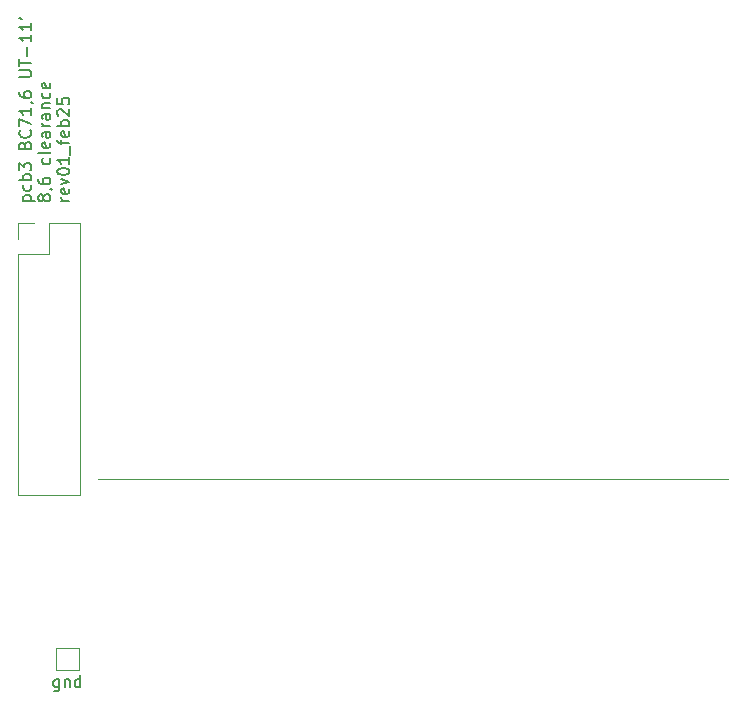
<source format=gto>
G04 #@! TF.GenerationSoftware,KiCad,Pcbnew,8.0.8*
G04 #@! TF.CreationDate,2025-02-19T14:06:16-05:00*
G04 #@! TF.ProjectId,plot_gerbers,706c6f74-5f67-4657-9262-6572732e6b69,rev?*
G04 #@! TF.SameCoordinates,Original*
G04 #@! TF.FileFunction,Legend,Top*
G04 #@! TF.FilePolarity,Positive*
%FSLAX46Y46*%
G04 Gerber Fmt 4.6, Leading zero omitted, Abs format (unit mm)*
G04 Created by KiCad (PCBNEW 8.0.8) date 2025-02-19 14:06:16*
%MOMM*%
%LPD*%
G01*
G04 APERTURE LIST*
%ADD10C,0.150000*%
%ADD11C,0.120000*%
%ADD12R,1.700000X1.700000*%
%ADD13O,1.700000X1.700000*%
%ADD14R,1.500000X1.500000*%
%ADD15C,1.700000*%
G04 APERTURE END LIST*
D10*
X115813264Y-96813220D02*
X116813264Y-96813220D01*
X115860883Y-96813220D02*
X115813264Y-96717982D01*
X115813264Y-96717982D02*
X115813264Y-96527506D01*
X115813264Y-96527506D02*
X115860883Y-96432268D01*
X115860883Y-96432268D02*
X115908502Y-96384649D01*
X115908502Y-96384649D02*
X116003740Y-96337030D01*
X116003740Y-96337030D02*
X116289454Y-96337030D01*
X116289454Y-96337030D02*
X116384692Y-96384649D01*
X116384692Y-96384649D02*
X116432312Y-96432268D01*
X116432312Y-96432268D02*
X116479931Y-96527506D01*
X116479931Y-96527506D02*
X116479931Y-96717982D01*
X116479931Y-96717982D02*
X116432312Y-96813220D01*
X116432312Y-95479887D02*
X116479931Y-95575125D01*
X116479931Y-95575125D02*
X116479931Y-95765601D01*
X116479931Y-95765601D02*
X116432312Y-95860839D01*
X116432312Y-95860839D02*
X116384692Y-95908458D01*
X116384692Y-95908458D02*
X116289454Y-95956077D01*
X116289454Y-95956077D02*
X116003740Y-95956077D01*
X116003740Y-95956077D02*
X115908502Y-95908458D01*
X115908502Y-95908458D02*
X115860883Y-95860839D01*
X115860883Y-95860839D02*
X115813264Y-95765601D01*
X115813264Y-95765601D02*
X115813264Y-95575125D01*
X115813264Y-95575125D02*
X115860883Y-95479887D01*
X116479931Y-95051315D02*
X115479931Y-95051315D01*
X115860883Y-95051315D02*
X115813264Y-94956077D01*
X115813264Y-94956077D02*
X115813264Y-94765601D01*
X115813264Y-94765601D02*
X115860883Y-94670363D01*
X115860883Y-94670363D02*
X115908502Y-94622744D01*
X115908502Y-94622744D02*
X116003740Y-94575125D01*
X116003740Y-94575125D02*
X116289454Y-94575125D01*
X116289454Y-94575125D02*
X116384692Y-94622744D01*
X116384692Y-94622744D02*
X116432312Y-94670363D01*
X116432312Y-94670363D02*
X116479931Y-94765601D01*
X116479931Y-94765601D02*
X116479931Y-94956077D01*
X116479931Y-94956077D02*
X116432312Y-95051315D01*
X115479931Y-94241791D02*
X115479931Y-93622744D01*
X115479931Y-93622744D02*
X115860883Y-93956077D01*
X115860883Y-93956077D02*
X115860883Y-93813220D01*
X115860883Y-93813220D02*
X115908502Y-93717982D01*
X115908502Y-93717982D02*
X115956121Y-93670363D01*
X115956121Y-93670363D02*
X116051359Y-93622744D01*
X116051359Y-93622744D02*
X116289454Y-93622744D01*
X116289454Y-93622744D02*
X116384692Y-93670363D01*
X116384692Y-93670363D02*
X116432312Y-93717982D01*
X116432312Y-93717982D02*
X116479931Y-93813220D01*
X116479931Y-93813220D02*
X116479931Y-94098934D01*
X116479931Y-94098934D02*
X116432312Y-94194172D01*
X116432312Y-94194172D02*
X116384692Y-94241791D01*
X115956121Y-92098934D02*
X116003740Y-91956077D01*
X116003740Y-91956077D02*
X116051359Y-91908458D01*
X116051359Y-91908458D02*
X116146597Y-91860839D01*
X116146597Y-91860839D02*
X116289454Y-91860839D01*
X116289454Y-91860839D02*
X116384692Y-91908458D01*
X116384692Y-91908458D02*
X116432312Y-91956077D01*
X116432312Y-91956077D02*
X116479931Y-92051315D01*
X116479931Y-92051315D02*
X116479931Y-92432267D01*
X116479931Y-92432267D02*
X115479931Y-92432267D01*
X115479931Y-92432267D02*
X115479931Y-92098934D01*
X115479931Y-92098934D02*
X115527550Y-92003696D01*
X115527550Y-92003696D02*
X115575169Y-91956077D01*
X115575169Y-91956077D02*
X115670407Y-91908458D01*
X115670407Y-91908458D02*
X115765645Y-91908458D01*
X115765645Y-91908458D02*
X115860883Y-91956077D01*
X115860883Y-91956077D02*
X115908502Y-92003696D01*
X115908502Y-92003696D02*
X115956121Y-92098934D01*
X115956121Y-92098934D02*
X115956121Y-92432267D01*
X116384692Y-90860839D02*
X116432312Y-90908458D01*
X116432312Y-90908458D02*
X116479931Y-91051315D01*
X116479931Y-91051315D02*
X116479931Y-91146553D01*
X116479931Y-91146553D02*
X116432312Y-91289410D01*
X116432312Y-91289410D02*
X116337073Y-91384648D01*
X116337073Y-91384648D02*
X116241835Y-91432267D01*
X116241835Y-91432267D02*
X116051359Y-91479886D01*
X116051359Y-91479886D02*
X115908502Y-91479886D01*
X115908502Y-91479886D02*
X115718026Y-91432267D01*
X115718026Y-91432267D02*
X115622788Y-91384648D01*
X115622788Y-91384648D02*
X115527550Y-91289410D01*
X115527550Y-91289410D02*
X115479931Y-91146553D01*
X115479931Y-91146553D02*
X115479931Y-91051315D01*
X115479931Y-91051315D02*
X115527550Y-90908458D01*
X115527550Y-90908458D02*
X115575169Y-90860839D01*
X115479931Y-90527505D02*
X115479931Y-89860839D01*
X115479931Y-89860839D02*
X116479931Y-90289410D01*
X116479931Y-88956077D02*
X116479931Y-89527505D01*
X116479931Y-89241791D02*
X115479931Y-89241791D01*
X115479931Y-89241791D02*
X115622788Y-89337029D01*
X115622788Y-89337029D02*
X115718026Y-89432267D01*
X115718026Y-89432267D02*
X115765645Y-89527505D01*
X116432312Y-88479886D02*
X116479931Y-88479886D01*
X116479931Y-88479886D02*
X116575169Y-88527505D01*
X116575169Y-88527505D02*
X116622788Y-88575124D01*
X115479931Y-87622744D02*
X115479931Y-87813220D01*
X115479931Y-87813220D02*
X115527550Y-87908458D01*
X115527550Y-87908458D02*
X115575169Y-87956077D01*
X115575169Y-87956077D02*
X115718026Y-88051315D01*
X115718026Y-88051315D02*
X115908502Y-88098934D01*
X115908502Y-88098934D02*
X116289454Y-88098934D01*
X116289454Y-88098934D02*
X116384692Y-88051315D01*
X116384692Y-88051315D02*
X116432312Y-88003696D01*
X116432312Y-88003696D02*
X116479931Y-87908458D01*
X116479931Y-87908458D02*
X116479931Y-87717982D01*
X116479931Y-87717982D02*
X116432312Y-87622744D01*
X116432312Y-87622744D02*
X116384692Y-87575125D01*
X116384692Y-87575125D02*
X116289454Y-87527506D01*
X116289454Y-87527506D02*
X116051359Y-87527506D01*
X116051359Y-87527506D02*
X115956121Y-87575125D01*
X115956121Y-87575125D02*
X115908502Y-87622744D01*
X115908502Y-87622744D02*
X115860883Y-87717982D01*
X115860883Y-87717982D02*
X115860883Y-87908458D01*
X115860883Y-87908458D02*
X115908502Y-88003696D01*
X115908502Y-88003696D02*
X115956121Y-88051315D01*
X115956121Y-88051315D02*
X116051359Y-88098934D01*
X115479931Y-86337029D02*
X116289454Y-86337029D01*
X116289454Y-86337029D02*
X116384692Y-86289410D01*
X116384692Y-86289410D02*
X116432312Y-86241791D01*
X116432312Y-86241791D02*
X116479931Y-86146553D01*
X116479931Y-86146553D02*
X116479931Y-85956077D01*
X116479931Y-85956077D02*
X116432312Y-85860839D01*
X116432312Y-85860839D02*
X116384692Y-85813220D01*
X116384692Y-85813220D02*
X116289454Y-85765601D01*
X116289454Y-85765601D02*
X115479931Y-85765601D01*
X115479931Y-85432267D02*
X115479931Y-84860839D01*
X116479931Y-85146553D02*
X115479931Y-85146553D01*
X116098978Y-84527505D02*
X116098978Y-83765601D01*
X116479931Y-82765601D02*
X116479931Y-83337029D01*
X116479931Y-83051315D02*
X115479931Y-83051315D01*
X115479931Y-83051315D02*
X115622788Y-83146553D01*
X115622788Y-83146553D02*
X115718026Y-83241791D01*
X115718026Y-83241791D02*
X115765645Y-83337029D01*
X116479931Y-81813220D02*
X116479931Y-82384648D01*
X116479931Y-82098934D02*
X115479931Y-82098934D01*
X115479931Y-82098934D02*
X115622788Y-82194172D01*
X115622788Y-82194172D02*
X115718026Y-82289410D01*
X115718026Y-82289410D02*
X115765645Y-82384648D01*
X115479931Y-81337029D02*
X115670407Y-81432267D01*
X117518446Y-96670363D02*
X117470827Y-96765601D01*
X117470827Y-96765601D02*
X117423208Y-96813220D01*
X117423208Y-96813220D02*
X117327970Y-96860839D01*
X117327970Y-96860839D02*
X117280351Y-96860839D01*
X117280351Y-96860839D02*
X117185113Y-96813220D01*
X117185113Y-96813220D02*
X117137494Y-96765601D01*
X117137494Y-96765601D02*
X117089875Y-96670363D01*
X117089875Y-96670363D02*
X117089875Y-96479887D01*
X117089875Y-96479887D02*
X117137494Y-96384649D01*
X117137494Y-96384649D02*
X117185113Y-96337030D01*
X117185113Y-96337030D02*
X117280351Y-96289411D01*
X117280351Y-96289411D02*
X117327970Y-96289411D01*
X117327970Y-96289411D02*
X117423208Y-96337030D01*
X117423208Y-96337030D02*
X117470827Y-96384649D01*
X117470827Y-96384649D02*
X117518446Y-96479887D01*
X117518446Y-96479887D02*
X117518446Y-96670363D01*
X117518446Y-96670363D02*
X117566065Y-96765601D01*
X117566065Y-96765601D02*
X117613684Y-96813220D01*
X117613684Y-96813220D02*
X117708922Y-96860839D01*
X117708922Y-96860839D02*
X117899398Y-96860839D01*
X117899398Y-96860839D02*
X117994636Y-96813220D01*
X117994636Y-96813220D02*
X118042256Y-96765601D01*
X118042256Y-96765601D02*
X118089875Y-96670363D01*
X118089875Y-96670363D02*
X118089875Y-96479887D01*
X118089875Y-96479887D02*
X118042256Y-96384649D01*
X118042256Y-96384649D02*
X117994636Y-96337030D01*
X117994636Y-96337030D02*
X117899398Y-96289411D01*
X117899398Y-96289411D02*
X117708922Y-96289411D01*
X117708922Y-96289411D02*
X117613684Y-96337030D01*
X117613684Y-96337030D02*
X117566065Y-96384649D01*
X117566065Y-96384649D02*
X117518446Y-96479887D01*
X118042256Y-95813220D02*
X118089875Y-95813220D01*
X118089875Y-95813220D02*
X118185113Y-95860839D01*
X118185113Y-95860839D02*
X118232732Y-95908458D01*
X117089875Y-94956078D02*
X117089875Y-95146554D01*
X117089875Y-95146554D02*
X117137494Y-95241792D01*
X117137494Y-95241792D02*
X117185113Y-95289411D01*
X117185113Y-95289411D02*
X117327970Y-95384649D01*
X117327970Y-95384649D02*
X117518446Y-95432268D01*
X117518446Y-95432268D02*
X117899398Y-95432268D01*
X117899398Y-95432268D02*
X117994636Y-95384649D01*
X117994636Y-95384649D02*
X118042256Y-95337030D01*
X118042256Y-95337030D02*
X118089875Y-95241792D01*
X118089875Y-95241792D02*
X118089875Y-95051316D01*
X118089875Y-95051316D02*
X118042256Y-94956078D01*
X118042256Y-94956078D02*
X117994636Y-94908459D01*
X117994636Y-94908459D02*
X117899398Y-94860840D01*
X117899398Y-94860840D02*
X117661303Y-94860840D01*
X117661303Y-94860840D02*
X117566065Y-94908459D01*
X117566065Y-94908459D02*
X117518446Y-94956078D01*
X117518446Y-94956078D02*
X117470827Y-95051316D01*
X117470827Y-95051316D02*
X117470827Y-95241792D01*
X117470827Y-95241792D02*
X117518446Y-95337030D01*
X117518446Y-95337030D02*
X117566065Y-95384649D01*
X117566065Y-95384649D02*
X117661303Y-95432268D01*
X118042256Y-93241792D02*
X118089875Y-93337030D01*
X118089875Y-93337030D02*
X118089875Y-93527506D01*
X118089875Y-93527506D02*
X118042256Y-93622744D01*
X118042256Y-93622744D02*
X117994636Y-93670363D01*
X117994636Y-93670363D02*
X117899398Y-93717982D01*
X117899398Y-93717982D02*
X117613684Y-93717982D01*
X117613684Y-93717982D02*
X117518446Y-93670363D01*
X117518446Y-93670363D02*
X117470827Y-93622744D01*
X117470827Y-93622744D02*
X117423208Y-93527506D01*
X117423208Y-93527506D02*
X117423208Y-93337030D01*
X117423208Y-93337030D02*
X117470827Y-93241792D01*
X118089875Y-92670363D02*
X118042256Y-92765601D01*
X118042256Y-92765601D02*
X117947017Y-92813220D01*
X117947017Y-92813220D02*
X117089875Y-92813220D01*
X118042256Y-91908458D02*
X118089875Y-92003696D01*
X118089875Y-92003696D02*
X118089875Y-92194172D01*
X118089875Y-92194172D02*
X118042256Y-92289410D01*
X118042256Y-92289410D02*
X117947017Y-92337029D01*
X117947017Y-92337029D02*
X117566065Y-92337029D01*
X117566065Y-92337029D02*
X117470827Y-92289410D01*
X117470827Y-92289410D02*
X117423208Y-92194172D01*
X117423208Y-92194172D02*
X117423208Y-92003696D01*
X117423208Y-92003696D02*
X117470827Y-91908458D01*
X117470827Y-91908458D02*
X117566065Y-91860839D01*
X117566065Y-91860839D02*
X117661303Y-91860839D01*
X117661303Y-91860839D02*
X117756541Y-92337029D01*
X118089875Y-91003696D02*
X117566065Y-91003696D01*
X117566065Y-91003696D02*
X117470827Y-91051315D01*
X117470827Y-91051315D02*
X117423208Y-91146553D01*
X117423208Y-91146553D02*
X117423208Y-91337029D01*
X117423208Y-91337029D02*
X117470827Y-91432267D01*
X118042256Y-91003696D02*
X118089875Y-91098934D01*
X118089875Y-91098934D02*
X118089875Y-91337029D01*
X118089875Y-91337029D02*
X118042256Y-91432267D01*
X118042256Y-91432267D02*
X117947017Y-91479886D01*
X117947017Y-91479886D02*
X117851779Y-91479886D01*
X117851779Y-91479886D02*
X117756541Y-91432267D01*
X117756541Y-91432267D02*
X117708922Y-91337029D01*
X117708922Y-91337029D02*
X117708922Y-91098934D01*
X117708922Y-91098934D02*
X117661303Y-91003696D01*
X118089875Y-90527505D02*
X117423208Y-90527505D01*
X117613684Y-90527505D02*
X117518446Y-90479886D01*
X117518446Y-90479886D02*
X117470827Y-90432267D01*
X117470827Y-90432267D02*
X117423208Y-90337029D01*
X117423208Y-90337029D02*
X117423208Y-90241791D01*
X118089875Y-89479886D02*
X117566065Y-89479886D01*
X117566065Y-89479886D02*
X117470827Y-89527505D01*
X117470827Y-89527505D02*
X117423208Y-89622743D01*
X117423208Y-89622743D02*
X117423208Y-89813219D01*
X117423208Y-89813219D02*
X117470827Y-89908457D01*
X118042256Y-89479886D02*
X118089875Y-89575124D01*
X118089875Y-89575124D02*
X118089875Y-89813219D01*
X118089875Y-89813219D02*
X118042256Y-89908457D01*
X118042256Y-89908457D02*
X117947017Y-89956076D01*
X117947017Y-89956076D02*
X117851779Y-89956076D01*
X117851779Y-89956076D02*
X117756541Y-89908457D01*
X117756541Y-89908457D02*
X117708922Y-89813219D01*
X117708922Y-89813219D02*
X117708922Y-89575124D01*
X117708922Y-89575124D02*
X117661303Y-89479886D01*
X117423208Y-89003695D02*
X118089875Y-89003695D01*
X117518446Y-89003695D02*
X117470827Y-88956076D01*
X117470827Y-88956076D02*
X117423208Y-88860838D01*
X117423208Y-88860838D02*
X117423208Y-88717981D01*
X117423208Y-88717981D02*
X117470827Y-88622743D01*
X117470827Y-88622743D02*
X117566065Y-88575124D01*
X117566065Y-88575124D02*
X118089875Y-88575124D01*
X118042256Y-87670362D02*
X118089875Y-87765600D01*
X118089875Y-87765600D02*
X118089875Y-87956076D01*
X118089875Y-87956076D02*
X118042256Y-88051314D01*
X118042256Y-88051314D02*
X117994636Y-88098933D01*
X117994636Y-88098933D02*
X117899398Y-88146552D01*
X117899398Y-88146552D02*
X117613684Y-88146552D01*
X117613684Y-88146552D02*
X117518446Y-88098933D01*
X117518446Y-88098933D02*
X117470827Y-88051314D01*
X117470827Y-88051314D02*
X117423208Y-87956076D01*
X117423208Y-87956076D02*
X117423208Y-87765600D01*
X117423208Y-87765600D02*
X117470827Y-87670362D01*
X118042256Y-86860838D02*
X118089875Y-86956076D01*
X118089875Y-86956076D02*
X118089875Y-87146552D01*
X118089875Y-87146552D02*
X118042256Y-87241790D01*
X118042256Y-87241790D02*
X117947017Y-87289409D01*
X117947017Y-87289409D02*
X117566065Y-87289409D01*
X117566065Y-87289409D02*
X117470827Y-87241790D01*
X117470827Y-87241790D02*
X117423208Y-87146552D01*
X117423208Y-87146552D02*
X117423208Y-86956076D01*
X117423208Y-86956076D02*
X117470827Y-86860838D01*
X117470827Y-86860838D02*
X117566065Y-86813219D01*
X117566065Y-86813219D02*
X117661303Y-86813219D01*
X117661303Y-86813219D02*
X117756541Y-87289409D01*
X119699819Y-96813220D02*
X119033152Y-96813220D01*
X119223628Y-96813220D02*
X119128390Y-96765601D01*
X119128390Y-96765601D02*
X119080771Y-96717982D01*
X119080771Y-96717982D02*
X119033152Y-96622744D01*
X119033152Y-96622744D02*
X119033152Y-96527506D01*
X119652200Y-95813220D02*
X119699819Y-95908458D01*
X119699819Y-95908458D02*
X119699819Y-96098934D01*
X119699819Y-96098934D02*
X119652200Y-96194172D01*
X119652200Y-96194172D02*
X119556961Y-96241791D01*
X119556961Y-96241791D02*
X119176009Y-96241791D01*
X119176009Y-96241791D02*
X119080771Y-96194172D01*
X119080771Y-96194172D02*
X119033152Y-96098934D01*
X119033152Y-96098934D02*
X119033152Y-95908458D01*
X119033152Y-95908458D02*
X119080771Y-95813220D01*
X119080771Y-95813220D02*
X119176009Y-95765601D01*
X119176009Y-95765601D02*
X119271247Y-95765601D01*
X119271247Y-95765601D02*
X119366485Y-96241791D01*
X119033152Y-95432267D02*
X119699819Y-95194172D01*
X119699819Y-95194172D02*
X119033152Y-94956077D01*
X118699819Y-94384648D02*
X118699819Y-94289410D01*
X118699819Y-94289410D02*
X118747438Y-94194172D01*
X118747438Y-94194172D02*
X118795057Y-94146553D01*
X118795057Y-94146553D02*
X118890295Y-94098934D01*
X118890295Y-94098934D02*
X119080771Y-94051315D01*
X119080771Y-94051315D02*
X119318866Y-94051315D01*
X119318866Y-94051315D02*
X119509342Y-94098934D01*
X119509342Y-94098934D02*
X119604580Y-94146553D01*
X119604580Y-94146553D02*
X119652200Y-94194172D01*
X119652200Y-94194172D02*
X119699819Y-94289410D01*
X119699819Y-94289410D02*
X119699819Y-94384648D01*
X119699819Y-94384648D02*
X119652200Y-94479886D01*
X119652200Y-94479886D02*
X119604580Y-94527505D01*
X119604580Y-94527505D02*
X119509342Y-94575124D01*
X119509342Y-94575124D02*
X119318866Y-94622743D01*
X119318866Y-94622743D02*
X119080771Y-94622743D01*
X119080771Y-94622743D02*
X118890295Y-94575124D01*
X118890295Y-94575124D02*
X118795057Y-94527505D01*
X118795057Y-94527505D02*
X118747438Y-94479886D01*
X118747438Y-94479886D02*
X118699819Y-94384648D01*
X119699819Y-93098934D02*
X119699819Y-93670362D01*
X119699819Y-93384648D02*
X118699819Y-93384648D01*
X118699819Y-93384648D02*
X118842676Y-93479886D01*
X118842676Y-93479886D02*
X118937914Y-93575124D01*
X118937914Y-93575124D02*
X118985533Y-93670362D01*
X119795057Y-92908458D02*
X119795057Y-92146553D01*
X119033152Y-92051314D02*
X119033152Y-91670362D01*
X119699819Y-91908457D02*
X118842676Y-91908457D01*
X118842676Y-91908457D02*
X118747438Y-91860838D01*
X118747438Y-91860838D02*
X118699819Y-91765600D01*
X118699819Y-91765600D02*
X118699819Y-91670362D01*
X119652200Y-90956076D02*
X119699819Y-91051314D01*
X119699819Y-91051314D02*
X119699819Y-91241790D01*
X119699819Y-91241790D02*
X119652200Y-91337028D01*
X119652200Y-91337028D02*
X119556961Y-91384647D01*
X119556961Y-91384647D02*
X119176009Y-91384647D01*
X119176009Y-91384647D02*
X119080771Y-91337028D01*
X119080771Y-91337028D02*
X119033152Y-91241790D01*
X119033152Y-91241790D02*
X119033152Y-91051314D01*
X119033152Y-91051314D02*
X119080771Y-90956076D01*
X119080771Y-90956076D02*
X119176009Y-90908457D01*
X119176009Y-90908457D02*
X119271247Y-90908457D01*
X119271247Y-90908457D02*
X119366485Y-91384647D01*
X119699819Y-90479885D02*
X118699819Y-90479885D01*
X119080771Y-90479885D02*
X119033152Y-90384647D01*
X119033152Y-90384647D02*
X119033152Y-90194171D01*
X119033152Y-90194171D02*
X119080771Y-90098933D01*
X119080771Y-90098933D02*
X119128390Y-90051314D01*
X119128390Y-90051314D02*
X119223628Y-90003695D01*
X119223628Y-90003695D02*
X119509342Y-90003695D01*
X119509342Y-90003695D02*
X119604580Y-90051314D01*
X119604580Y-90051314D02*
X119652200Y-90098933D01*
X119652200Y-90098933D02*
X119699819Y-90194171D01*
X119699819Y-90194171D02*
X119699819Y-90384647D01*
X119699819Y-90384647D02*
X119652200Y-90479885D01*
X118795057Y-89622742D02*
X118747438Y-89575123D01*
X118747438Y-89575123D02*
X118699819Y-89479885D01*
X118699819Y-89479885D02*
X118699819Y-89241790D01*
X118699819Y-89241790D02*
X118747438Y-89146552D01*
X118747438Y-89146552D02*
X118795057Y-89098933D01*
X118795057Y-89098933D02*
X118890295Y-89051314D01*
X118890295Y-89051314D02*
X118985533Y-89051314D01*
X118985533Y-89051314D02*
X119128390Y-89098933D01*
X119128390Y-89098933D02*
X119699819Y-89670361D01*
X119699819Y-89670361D02*
X119699819Y-89051314D01*
X118699819Y-88146552D02*
X118699819Y-88622742D01*
X118699819Y-88622742D02*
X119176009Y-88670361D01*
X119176009Y-88670361D02*
X119128390Y-88622742D01*
X119128390Y-88622742D02*
X119080771Y-88527504D01*
X119080771Y-88527504D02*
X119080771Y-88289409D01*
X119080771Y-88289409D02*
X119128390Y-88194171D01*
X119128390Y-88194171D02*
X119176009Y-88146552D01*
X119176009Y-88146552D02*
X119271247Y-88098933D01*
X119271247Y-88098933D02*
X119509342Y-88098933D01*
X119509342Y-88098933D02*
X119604580Y-88146552D01*
X119604580Y-88146552D02*
X119652200Y-88194171D01*
X119652200Y-88194171D02*
X119699819Y-88289409D01*
X119699819Y-88289409D02*
X119699819Y-88527504D01*
X119699819Y-88527504D02*
X119652200Y-88622742D01*
X119652200Y-88622742D02*
X119604580Y-88670361D01*
X118849523Y-137348152D02*
X118849523Y-138157676D01*
X118849523Y-138157676D02*
X118801904Y-138252914D01*
X118801904Y-138252914D02*
X118754285Y-138300533D01*
X118754285Y-138300533D02*
X118659047Y-138348152D01*
X118659047Y-138348152D02*
X118516190Y-138348152D01*
X118516190Y-138348152D02*
X118420952Y-138300533D01*
X118849523Y-137967200D02*
X118754285Y-138014819D01*
X118754285Y-138014819D02*
X118563809Y-138014819D01*
X118563809Y-138014819D02*
X118468571Y-137967200D01*
X118468571Y-137967200D02*
X118420952Y-137919580D01*
X118420952Y-137919580D02*
X118373333Y-137824342D01*
X118373333Y-137824342D02*
X118373333Y-137538628D01*
X118373333Y-137538628D02*
X118420952Y-137443390D01*
X118420952Y-137443390D02*
X118468571Y-137395771D01*
X118468571Y-137395771D02*
X118563809Y-137348152D01*
X118563809Y-137348152D02*
X118754285Y-137348152D01*
X118754285Y-137348152D02*
X118849523Y-137395771D01*
X119325714Y-137348152D02*
X119325714Y-138014819D01*
X119325714Y-137443390D02*
X119373333Y-137395771D01*
X119373333Y-137395771D02*
X119468571Y-137348152D01*
X119468571Y-137348152D02*
X119611428Y-137348152D01*
X119611428Y-137348152D02*
X119706666Y-137395771D01*
X119706666Y-137395771D02*
X119754285Y-137491009D01*
X119754285Y-137491009D02*
X119754285Y-138014819D01*
X120659047Y-138014819D02*
X120659047Y-137014819D01*
X120659047Y-137967200D02*
X120563809Y-138014819D01*
X120563809Y-138014819D02*
X120373333Y-138014819D01*
X120373333Y-138014819D02*
X120278095Y-137967200D01*
X120278095Y-137967200D02*
X120230476Y-137919580D01*
X120230476Y-137919580D02*
X120182857Y-137824342D01*
X120182857Y-137824342D02*
X120182857Y-137538628D01*
X120182857Y-137538628D02*
X120230476Y-137443390D01*
X120230476Y-137443390D02*
X120278095Y-137395771D01*
X120278095Y-137395771D02*
X120373333Y-137348152D01*
X120373333Y-137348152D02*
X120563809Y-137348152D01*
X120563809Y-137348152D02*
X120659047Y-137395771D01*
D11*
X115410000Y-98740000D02*
X116740000Y-98740000D01*
X115410000Y-100070000D02*
X115410000Y-98740000D01*
X115410000Y-101340000D02*
X115410000Y-121720000D01*
X115410000Y-101340000D02*
X118010000Y-101340000D01*
X115410000Y-121720000D02*
X120610000Y-121720000D01*
X118010000Y-98740000D02*
X120610000Y-98740000D01*
X118010000Y-101340000D02*
X118010000Y-98740000D01*
X120610000Y-98740000D02*
X120610000Y-121720000D01*
X118620000Y-134680000D02*
X120520000Y-134680000D01*
X118620000Y-136580000D02*
X118620000Y-134680000D01*
X120520000Y-134680000D02*
X120520000Y-136580000D01*
X120520000Y-136580000D02*
X118620000Y-136580000D01*
X175475000Y-120400000D02*
X122135000Y-120400000D01*
%LPC*%
D12*
X116740000Y-100070000D03*
D13*
X119280000Y-100070000D03*
X116740000Y-102610000D03*
X119280000Y-102610000D03*
X116740000Y-105150000D03*
X119280000Y-105150000D03*
X116740000Y-107690000D03*
X119280000Y-107690000D03*
X116740000Y-110230000D03*
X119280000Y-110230000D03*
X116740000Y-112770000D03*
X119280000Y-112770000D03*
X116740000Y-115310000D03*
X119280000Y-115310000D03*
X116740000Y-117850000D03*
X119280000Y-117850000D03*
X116740000Y-120390000D03*
X119280000Y-120390000D03*
X124695000Y-97260000D03*
X124695000Y-99800000D03*
X127235000Y-97260000D03*
X127235000Y-99800000D03*
X129775000Y-97260000D03*
X129775000Y-99800000D03*
X132315000Y-97260000D03*
X132315000Y-99800000D03*
X134855000Y-97260000D03*
X134855000Y-99800000D03*
X137395000Y-97260000D03*
X137395000Y-99800000D03*
X139935000Y-97260000D03*
X139935000Y-99800000D03*
X142475000Y-97260000D03*
X142475000Y-99800000D03*
X145015000Y-97260000D03*
X145015000Y-99800000D03*
X147555000Y-97260000D03*
X147555000Y-99800000D03*
X150095000Y-97260000D03*
X150095000Y-99800000D03*
X152635000Y-97260000D03*
X152635000Y-99800000D03*
D14*
X119570000Y-135630000D03*
D15*
X172935000Y-105160000D03*
X172935000Y-107700000D03*
X172935000Y-110240000D03*
X172935000Y-112780000D03*
X172935000Y-115320000D03*
X172935000Y-117860000D03*
D13*
X170395000Y-105160000D03*
X170395000Y-107700000D03*
X170395000Y-110240000D03*
X170395000Y-112780000D03*
X170395000Y-115320000D03*
X170395000Y-117860000D03*
X167855000Y-105160000D03*
X167855000Y-107700000D03*
X167855000Y-110240000D03*
X167855000Y-112780000D03*
X167855000Y-115320000D03*
X167855000Y-117860000D03*
X165315000Y-105160000D03*
X165315000Y-107700000D03*
X165315000Y-110240000D03*
X165315000Y-112780000D03*
X165315000Y-115320000D03*
X165315000Y-117860000D03*
X162775000Y-105160000D03*
X162775000Y-107700000D03*
X162775000Y-110240000D03*
X162775000Y-112780000D03*
X162775000Y-115320000D03*
X162775000Y-117860000D03*
X160235000Y-105160000D03*
X160235000Y-107700000D03*
X160235000Y-110240000D03*
X160235000Y-112780000D03*
X160235000Y-115320000D03*
X160235000Y-117860000D03*
X157695000Y-105160000D03*
X157695000Y-107700000D03*
X157695000Y-110240000D03*
X157695000Y-112780000D03*
X157695000Y-115320000D03*
X157695000Y-117860000D03*
X155155000Y-105160000D03*
X155155000Y-107700000D03*
X155155000Y-110240000D03*
X155155000Y-112780000D03*
X155155000Y-115320000D03*
X155155000Y-117860000D03*
X152615000Y-105160000D03*
X152615000Y-107700000D03*
X152615000Y-110240000D03*
X152615000Y-112780000D03*
X152615000Y-115320000D03*
X152615000Y-117860000D03*
X150075000Y-105160000D03*
X150075000Y-107700000D03*
X150075000Y-110240000D03*
X150075000Y-112780000D03*
X150075000Y-115320000D03*
X150075000Y-117860000D03*
X147535000Y-105160000D03*
X147535000Y-107700000D03*
X147535000Y-110240000D03*
X147535000Y-112780000D03*
X147535000Y-115320000D03*
X147535000Y-117860000D03*
X144995000Y-105160000D03*
X144995000Y-107700000D03*
X144995000Y-110240000D03*
X144995000Y-112780000D03*
X144995000Y-115320000D03*
X144995000Y-117860000D03*
X142455000Y-105160000D03*
X142455000Y-107700000D03*
X142455000Y-110240000D03*
X142455000Y-112780000D03*
X142455000Y-115320000D03*
X142455000Y-117860000D03*
X139915000Y-105160000D03*
X139915000Y-107700000D03*
X139915000Y-110240000D03*
X139915000Y-112780000D03*
X139915000Y-115320000D03*
X139915000Y-117860000D03*
X137375000Y-105160000D03*
X137375000Y-107700000D03*
X137375000Y-110240000D03*
X137375000Y-112780000D03*
X137375000Y-115320000D03*
X137375000Y-117860000D03*
X134835000Y-105160000D03*
X134835000Y-107700000D03*
X134835000Y-110240000D03*
X134835000Y-112780000D03*
X134835000Y-115320000D03*
X134835000Y-117860000D03*
X132295000Y-105160000D03*
X132295000Y-107700000D03*
X132295000Y-110240000D03*
X132295000Y-112780000D03*
X132295000Y-115320000D03*
X132295000Y-117860000D03*
X129755000Y-105160000D03*
X129755000Y-107700000D03*
X129755000Y-110240000D03*
X129755000Y-112780000D03*
X129755000Y-115320000D03*
X129755000Y-117860000D03*
X127215000Y-105160000D03*
X127215000Y-107700000D03*
X127215000Y-110240000D03*
X127215000Y-112780000D03*
X127215000Y-115320000D03*
X127215000Y-117860000D03*
X124675000Y-105160000D03*
X124675000Y-107700000D03*
X124675000Y-110240000D03*
X124675000Y-112780000D03*
X124675000Y-115320000D03*
X124675000Y-117860000D03*
D15*
X172935000Y-122940000D03*
X172935000Y-125480000D03*
X172935000Y-128020000D03*
X172935000Y-130560000D03*
X172935000Y-133100000D03*
X172935000Y-135640000D03*
D13*
X170395000Y-122940000D03*
X170395000Y-125480000D03*
X170395000Y-128020000D03*
X170395000Y-130560000D03*
X170395000Y-133100000D03*
X170395000Y-135640000D03*
X167855000Y-122940000D03*
X167855000Y-125480000D03*
X167855000Y-128020000D03*
X167855000Y-130560000D03*
X167855000Y-133100000D03*
X167855000Y-135640000D03*
X165315000Y-122940000D03*
X165315000Y-125480000D03*
X165315000Y-128020000D03*
X165315000Y-130560000D03*
X165315000Y-133100000D03*
X165315000Y-135640000D03*
X162775000Y-122940000D03*
X162775000Y-125480000D03*
X162775000Y-128020000D03*
X162775000Y-130560000D03*
X162775000Y-133100000D03*
X162775000Y-135640000D03*
X160235000Y-122940000D03*
X160235000Y-125480000D03*
X160235000Y-128020000D03*
X160235000Y-130560000D03*
X160235000Y-133100000D03*
X160235000Y-135640000D03*
X157695000Y-122940000D03*
X157695000Y-125480000D03*
X157695000Y-128020000D03*
X157695000Y-130560000D03*
X157695000Y-133100000D03*
X157695000Y-135640000D03*
X155155000Y-122940000D03*
X155155000Y-125480000D03*
X155155000Y-128020000D03*
X155155000Y-130560000D03*
X155155000Y-133100000D03*
X155155000Y-135640000D03*
X152615000Y-122940000D03*
X152615000Y-125480000D03*
X152615000Y-128020000D03*
X152615000Y-130560000D03*
X152615000Y-133100000D03*
X152615000Y-135640000D03*
X150075000Y-122940000D03*
X150075000Y-125480000D03*
X150075000Y-128020000D03*
X150075000Y-130560000D03*
X150075000Y-133100000D03*
X150075000Y-135640000D03*
X147535000Y-122940000D03*
X147535000Y-125480000D03*
X147535000Y-128020000D03*
X147535000Y-130560000D03*
X147535000Y-133100000D03*
X147535000Y-135640000D03*
X144995000Y-122940000D03*
X144995000Y-125480000D03*
X144995000Y-128020000D03*
X144995000Y-130560000D03*
X144995000Y-133100000D03*
X144995000Y-135640000D03*
X142455000Y-122940000D03*
X142455000Y-125480000D03*
X142455000Y-128020000D03*
X142455000Y-130560000D03*
X142455000Y-133100000D03*
X142455000Y-135640000D03*
X139915000Y-122940000D03*
X139915000Y-125480000D03*
X139915000Y-128020000D03*
X139915000Y-130560000D03*
X139915000Y-133100000D03*
X139915000Y-135640000D03*
X137375000Y-122940000D03*
X137375000Y-125480000D03*
X137375000Y-128020000D03*
X137375000Y-130560000D03*
X137375000Y-133100000D03*
X137375000Y-135640000D03*
X134835000Y-122940000D03*
X134835000Y-125480000D03*
X134835000Y-128020000D03*
X134835000Y-130560000D03*
X134835000Y-133100000D03*
X134835000Y-135640000D03*
X132295000Y-122940000D03*
X132295000Y-125480000D03*
X132295000Y-128020000D03*
X132295000Y-130560000D03*
X132295000Y-133100000D03*
X132295000Y-135640000D03*
X129755000Y-122940000D03*
X129755000Y-125480000D03*
X129755000Y-128020000D03*
X129755000Y-130560000D03*
X129755000Y-133100000D03*
X129755000Y-135640000D03*
X127215000Y-122940000D03*
X127215000Y-125480000D03*
X127215000Y-128020000D03*
X127215000Y-130560000D03*
X127215000Y-133100000D03*
X127215000Y-135640000D03*
X124675000Y-122940000D03*
X124675000Y-125480000D03*
X124675000Y-128020000D03*
X124675000Y-130560000D03*
X124675000Y-133100000D03*
X124675000Y-135640000D03*
D15*
X124645000Y-92325000D03*
X124645000Y-89785000D03*
X124645000Y-87245000D03*
X124645000Y-84705000D03*
D13*
X127185000Y-92325000D03*
X127185000Y-89785000D03*
X127185000Y-87245000D03*
X127185000Y-84705000D03*
X129725000Y-92325000D03*
X129725000Y-89785000D03*
X129725000Y-87245000D03*
X129725000Y-84705000D03*
X132265000Y-92325000D03*
X132265000Y-89785000D03*
X132265000Y-87245000D03*
X132265000Y-84705000D03*
X134805000Y-92325000D03*
X134805000Y-89785000D03*
X134805000Y-87245000D03*
X134805000Y-84705000D03*
X137345000Y-92325000D03*
X137345000Y-89785000D03*
X137345000Y-87245000D03*
X137345000Y-84705000D03*
X139885000Y-92325000D03*
X139885000Y-89785000D03*
X139885000Y-87245000D03*
X139885000Y-84705000D03*
X142425000Y-92325000D03*
X142425000Y-89785000D03*
X142425000Y-87245000D03*
X142425000Y-84705000D03*
X144965000Y-92325000D03*
X144965000Y-89785000D03*
X144965000Y-87245000D03*
X144965000Y-84705000D03*
X147505000Y-92325000D03*
X147505000Y-89785000D03*
X147505000Y-87245000D03*
X147505000Y-84705000D03*
X150045000Y-92325000D03*
X150045000Y-89785000D03*
X150045000Y-87245000D03*
X150045000Y-84705000D03*
X152585000Y-92325000D03*
X152585000Y-89785000D03*
X152585000Y-87245000D03*
X152585000Y-84705000D03*
X155125000Y-92325000D03*
X155125000Y-89785000D03*
X155125000Y-87245000D03*
X155125000Y-84705000D03*
X157665000Y-92325000D03*
X157665000Y-89785000D03*
X157665000Y-87245000D03*
X157665000Y-84705000D03*
X160205000Y-92325000D03*
X160205000Y-89785000D03*
X160205000Y-87245000D03*
X160205000Y-84705000D03*
X162745000Y-92325000D03*
X162745000Y-89785000D03*
X162745000Y-87245000D03*
X162745000Y-84705000D03*
X165285000Y-92325000D03*
X165285000Y-89785000D03*
X165285000Y-87245000D03*
X165285000Y-84705000D03*
X167825000Y-92325000D03*
X167825000Y-89785000D03*
X167825000Y-87245000D03*
X167825000Y-84705000D03*
X170365000Y-92325000D03*
X170365000Y-89785000D03*
X170365000Y-87245000D03*
X170365000Y-84705000D03*
X172905000Y-92325000D03*
X172905000Y-89785000D03*
X172905000Y-87245000D03*
X172905000Y-84705000D03*
%LPD*%
M02*

</source>
